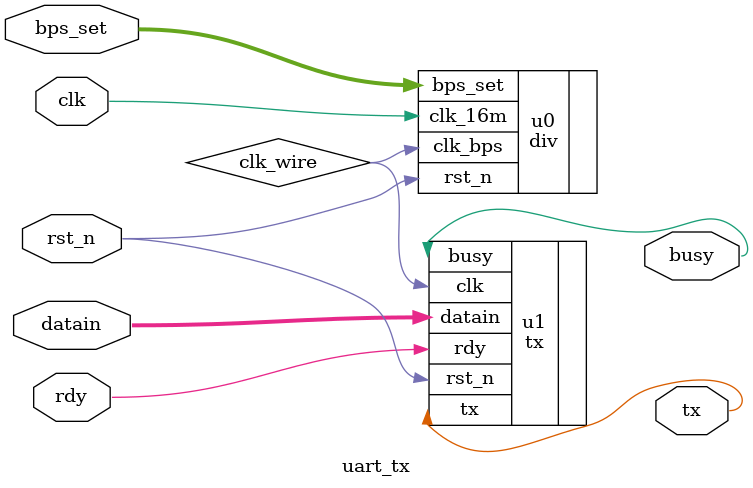
<source format=v>
`timescale 1ns/1ps

module uart_tx(
					input              clk,               
					input              rst_n,             

					input      [7:0]   datain,          
					input      [1:0]   bps_set,	
					input              rdy,              
					output wire        busy,          
					output wire        tx              


);

wire clk_wire;


div u0(
			.clk_16m(clk),
			.rst_n(rst_n),
			.bps_set(bps_set),
			
			.clk_bps(clk_wire)
);


tx u1(
			.clk(clk_wire),              
			.rst_n(rst_n),             

			.datain(datain),        
			.rdy(rdy),              
			.busy(busy),             
			.tx(tx)                  
);


endmodule

</source>
